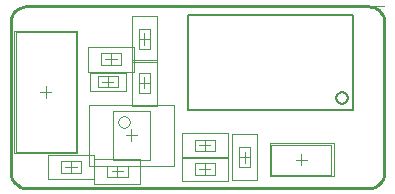
<source format=gko>
G04*
G04 #@! TF.GenerationSoftware,Altium Limited,Altium Designer,18.1.9 (240)*
G04*
G04 Layer_Color=16711935*
%FSLAX25Y25*%
%MOIN*%
G70*
G01*
G75*
%ADD12C,0.01000*%
%ADD13C,0.00197*%
%ADD14C,0.00394*%
%ADD15C,0.00500*%
D12*
X124500Y55500D02*
X124350Y56519D01*
X124005Y57490D01*
X123476Y58375D01*
X122785Y59139D01*
X121959Y59754D01*
X121028Y60196D01*
X120029Y60448D01*
X119000Y60500D01*
X119500Y-0D02*
X120475Y96D01*
X121413Y381D01*
X122278Y843D01*
X123036Y1464D01*
X123657Y2222D01*
X124119Y3087D01*
X124404Y4025D01*
X124500Y5000D01*
X-0Y5000D02*
X96Y4025D01*
X381Y3087D01*
X843Y2222D01*
X1464Y1464D01*
X2222Y843D01*
X3087Y381D01*
X4025Y96D01*
X5000Y0D01*
Y60500D02*
X4025Y60404D01*
X3087Y60119D01*
X2222Y59657D01*
X1464Y59035D01*
X843Y58278D01*
X381Y57413D01*
X96Y56476D01*
X0Y55500D01*
X124500Y5000D02*
Y55500D01*
X5000Y0D02*
X119500D01*
X0Y5000D02*
Y55500D01*
X5000Y60500D02*
X119000D01*
D13*
X60000Y61000D02*
X60500Y60500D01*
X124500D01*
X42539Y35047D02*
X46279D01*
X44409Y33177D02*
Y36917D01*
X48543Y27370D02*
Y42724D01*
X40276Y27370D02*
Y42724D01*
X48543D01*
X40276Y27370D02*
X48543D01*
X86457Y4055D02*
Y14842D01*
X107744D01*
X86457Y4055D02*
X107744D01*
Y14842D01*
X73819Y17913D02*
X82087D01*
X73819Y2559D02*
X82087D01*
Y17913D01*
X73819Y2559D02*
Y17913D01*
X77953Y8366D02*
Y12106D01*
X76083Y10236D02*
X79823D01*
X64567Y4429D02*
Y8169D01*
X62697Y6299D02*
X66437D01*
X56890Y2165D02*
X72244D01*
X56890Y10433D02*
X72244D01*
Y2165D02*
Y10433D01*
X56890Y2165D02*
Y10433D01*
X64567Y12303D02*
Y16043D01*
X62697Y14173D02*
X66437D01*
X56890Y10039D02*
X72244D01*
X56890Y18307D02*
X72244D01*
Y10039D02*
Y18307D01*
X56890Y10039D02*
Y18307D01*
X40276Y57284D02*
X48543D01*
X40276Y41929D02*
X48543D01*
Y57284D01*
X40276Y41929D02*
Y57284D01*
X44409Y47736D02*
Y51476D01*
X42539Y49606D02*
X46279D01*
X1142Y11504D02*
X21929D01*
X1142D02*
Y52291D01*
X21929Y11504D02*
Y52291D01*
X1142D02*
X21929D01*
X33386Y41051D02*
Y44791D01*
X31516Y42921D02*
X35256D01*
X25709Y47055D02*
X41063D01*
X25709Y38787D02*
X41063D01*
X25709D02*
Y47055D01*
X41063Y38787D02*
Y47055D01*
X32303Y33531D02*
Y37272D01*
X30433Y35402D02*
X34173D01*
X26398Y32449D02*
X38209D01*
X26398Y38354D02*
X38209D01*
Y32449D02*
Y38354D01*
X26398Y32449D02*
Y38354D01*
X12323Y2843D02*
Y11110D01*
X27677Y2843D02*
Y11110D01*
X12323D02*
X27677D01*
X12323Y2843D02*
X27677D01*
X18130Y6976D02*
X21870D01*
X20000Y5106D02*
Y8846D01*
X43110Y1378D02*
Y9646D01*
X27756Y1378D02*
Y9646D01*
Y1378D02*
X43110D01*
X27756Y9646D02*
X43110D01*
X33563Y5512D02*
X37303D01*
X35433Y3642D02*
Y7382D01*
X26102Y7291D02*
Y27764D01*
X54252Y7291D02*
Y27764D01*
X26102D02*
X54252D01*
X26102Y7291D02*
X54252D01*
D14*
X39587Y22055D02*
X39323Y23039D01*
X38602Y23760D01*
X37618Y24024D01*
X36634Y23760D01*
X35913Y23039D01*
X35650Y22055D01*
X35913Y21071D01*
X36634Y20350D01*
X37618Y20087D01*
X38602Y20350D01*
X39323Y21071D01*
X39587Y22055D01*
X46279Y31701D02*
Y38394D01*
X42539Y31701D02*
Y38394D01*
X46279D01*
X42539Y31701D02*
X46279D01*
X106850Y4449D02*
Y14449D01*
X86850Y4449D02*
X106850D01*
X86850D02*
Y14449D01*
X106850D01*
X76083Y13681D02*
X79823D01*
X76083Y6791D02*
X79823D01*
Y13681D01*
X76083Y6791D02*
Y13681D01*
X61221Y4429D02*
X67913D01*
X61221Y8169D02*
X67913D01*
Y4429D02*
Y8169D01*
X61221Y4429D02*
Y8169D01*
Y12303D02*
X67913D01*
X61221Y16043D02*
X67913D01*
Y12303D02*
Y16043D01*
X61221Y12303D02*
Y16043D01*
X42539Y53051D02*
X46279D01*
X42539Y46161D02*
X46279D01*
Y53051D01*
X42539Y46161D02*
Y53051D01*
X1535Y11898D02*
X21535D01*
X1535D02*
Y51898D01*
X21535Y11898D02*
Y51898D01*
X1535D02*
X21535D01*
X30039Y44791D02*
X36732D01*
X30039Y41051D02*
X36732D01*
X30039D02*
Y44791D01*
X36732Y41051D02*
Y44791D01*
X28957Y33531D02*
X35650D01*
X28957Y37272D02*
X35650D01*
Y33531D02*
Y37272D01*
X28957Y33531D02*
Y37272D01*
X16555Y5106D02*
Y8846D01*
X23445Y5106D02*
Y8846D01*
X16555D02*
X23445D01*
X16555Y5106D02*
X23445D01*
X38878Y3642D02*
Y7382D01*
X31988Y3642D02*
Y7382D01*
Y3642D02*
X38878D01*
X31988Y7382D02*
X38878D01*
X34075Y9457D02*
Y25598D01*
X46279Y9457D02*
Y25598D01*
X34075D02*
X46279D01*
X34075Y9457D02*
X46279D01*
X96850Y7480D02*
Y11417D01*
X94882Y9449D02*
X98819D01*
X9567Y31898D02*
X13504D01*
X11535Y29929D02*
Y33866D01*
X38209Y17528D02*
X42146D01*
X40177Y15559D02*
Y19496D01*
D15*
X112205Y29921D02*
X111941Y30906D01*
X111221Y31626D01*
X110236Y31890D01*
X109252Y31626D01*
X108531Y30906D01*
X108267Y29921D01*
X108531Y28937D01*
X109252Y28216D01*
X110236Y27952D01*
X111221Y28216D01*
X111941Y28937D01*
X112205Y29921D01*
X59055Y25984D02*
Y57480D01*
X114173D01*
Y25984D02*
Y57480D01*
X59055Y25984D02*
X114173D01*
M02*

</source>
